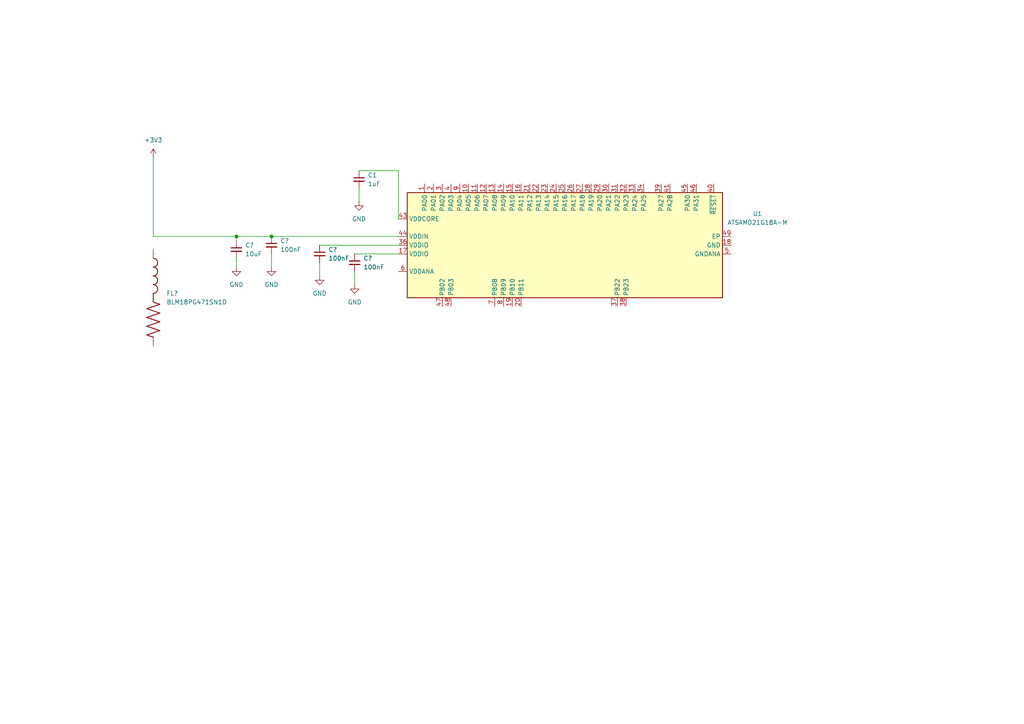
<source format=kicad_sch>
(kicad_sch (version 20211123) (generator eeschema)
  (paper "A4")
  (lib_symbols
    (symbol "BLM18PG471SN1D:BLM18PG471SN1D" (pin_numbers hide) (pin_names (offset 1.016) hide)
      (property "Reference" "FL" (at -12.7 5.08 0))
      (property "Value" "BLM18PG471SN1D" (at -12.7 -5.08 0))
      (symbol "BLM18PG471SN1D_0_0"
        (arc (start -10.16 0) (mid -11.43 1.27) (end -12.7 0) (stroke (width 0.254)))
        (arc (start -7.62 0) (mid -8.89 1.27) (end -10.16 0) (stroke (width 0.254)))
        (arc (start -5.08 0) (mid -6.35 1.27) (end -7.62 0) (stroke (width 0.254)))
        (arc (start -2.54 0) (mid -3.81 1.27) (end -5.08 0) (stroke (width 0.254)))
        (polyline (pts (xy 0 0) (xy -2.54 0)) (stroke (width 0.254)))
        (polyline (pts (xy 0 0) (xy 0.635 1.905)) (stroke (width 0.254)))
        (polyline (pts (xy 0.635 1.905) (xy 1.905 -1.905)) (stroke (width 0.254)))
        (polyline (pts (xy 1.905 -1.905) (xy 3.175 1.905)) (stroke (width 0.254)))
        (polyline (pts (xy 3.175 1.905) (xy 4.445 -1.905)) (stroke (width 0.254)))
        (polyline (pts (xy 4.445 -1.905) (xy 5.715 1.905)) (stroke (width 0.254)))
        (polyline (pts (xy 5.715 1.905) (xy 6.985 -1.905)) (stroke (width 0.254)))
        (polyline (pts (xy 6.985 -1.905) (xy 8.255 1.905)) (stroke (width 0.254)))
        (polyline (pts (xy 8.255 1.905) (xy 9.525 -1.905)) (stroke (width 0.254)))
        (polyline (pts (xy 9.525 -1.905) (xy 10.16 0)) (stroke (width 0.254)))
        (pin passive line (at -15.24 0 0) (length 2.54) (name "~") (number "1"))
        (pin passive line (at 12.7 0 180) (length 2.54) (name "~") (number "2"))
      )
    )
    (symbol "Device:C_Small" (pin_numbers hide) (pin_names (offset 0.254) hide)
      (property "Reference" "C" (at 0.254 1.778 0))
      (property "Value" "C_Small" (at 0.254 -2.032 0))
      (symbol "C_Small_0_1"
        (polyline (pts (xy -1.524 -0.508) (xy 1.524 -0.508)) (stroke (width 0.3302)))
        (polyline (pts (xy -1.524 0.508) (xy 1.524 0.508)) (stroke (width 0.3048)))
      )
      (symbol "C_Small_1_1"
        (pin passive line (at 0 2.54 270) (length 2.032) (name "~") (number "1"))
        (pin passive line (at 0 -2.54 90) (length 2.032) (name "~") (number "2"))
      )
    )
    (symbol "MCU_Microchip_SAMD:ATSAMD21G18A-M"
      (property "Reference" "U" (at -13.97 46.99 0))
      (property "Value" "ATSAMD21G18A-M" (at 16.51 46.99 0))
      (symbol "ATSAMD21G18A-M_0_1"
        (rectangle (start -15.24 45.72) (end 15.24 -45.72) (stroke (width 0.254)) (fill (type background)))
      )
      (symbol "ATSAMD21G18A-M_1_1"
        (pin bidirectional line (at -17.78 40.64 0) (length 2.54) (name "PA00") (number "1"))
        (pin bidirectional line (at -17.78 27.94 0) (length 2.54) (name "PA05") (number "10"))
        (pin bidirectional line (at -17.78 25.4 0) (length 2.54) (name "PA06") (number "11"))
        (pin bidirectional line (at -17.78 22.86 0) (length 2.54) (name "PA07") (number "12"))
        (pin bidirectional line (at -17.78 20.32 0) (length 2.54) (name "PA08") (number "13"))
        (pin bidirectional line (at -17.78 17.78 0) (length 2.54) (name "PA09") (number "14"))
        (pin bidirectional line (at -17.78 15.24 0) (length 2.54) (name "PA10") (number "15"))
        (pin bidirectional line (at -17.78 12.7 0) (length 2.54) (name "PA11") (number "16"))
        (pin power_in line (at 2.54 48.26 270) (length 2.54) (name "VDDIO") (number "17"))
        (pin power_in line (at 0 -48.26 90) (length 2.54) (name "GND") (number "18"))
        (pin bidirectional line (at 17.78 15.24 180) (length 2.54) (name "PB10") (number "19"))
        (pin bidirectional line (at -17.78 38.1 0) (length 2.54) (name "PA01") (number "2"))
        (pin bidirectional line (at 17.78 12.7 180) (length 2.54) (name "PB11") (number "20"))
        (pin bidirectional line (at -17.78 10.16 0) (length 2.54) (name "PA12") (number "21"))
        (pin bidirectional line (at -17.78 7.62 0) (length 2.54) (name "PA13") (number "22"))
        (pin bidirectional line (at -17.78 5.08 0) (length 2.54) (name "PA14") (number "23"))
        (pin bidirectional line (at -17.78 2.54 0) (length 2.54) (name "PA15") (number "24"))
        (pin bidirectional line (at -17.78 0 0) (length 2.54) (name "PA16") (number "25"))
        (pin bidirectional line (at -17.78 -2.54 0) (length 2.54) (name "PA17") (number "26"))
        (pin bidirectional line (at -17.78 -5.08 0) (length 2.54) (name "PA18") (number "27"))
        (pin bidirectional line (at -17.78 -7.62 0) (length 2.54) (name "PA19") (number "28"))
        (pin bidirectional line (at -17.78 -10.16 0) (length 2.54) (name "PA20") (number "29"))
        (pin bidirectional line (at -17.78 35.56 0) (length 2.54) (name "PA02") (number "3"))
        (pin bidirectional line (at -17.78 -12.7 0) (length 2.54) (name "PA21") (number "30"))
        (pin bidirectional line (at -17.78 -15.24 0) (length 2.54) (name "PA22") (number "31"))
        (pin bidirectional line (at -17.78 -17.78 0) (length 2.54) (name "PA23") (number "32"))
        (pin bidirectional line (at -17.78 -20.32 0) (length 2.54) (name "PA24") (number "33"))
        (pin bidirectional line (at -17.78 -22.86 0) (length 2.54) (name "PA25") (number "34"))
        (pin passive line (at 0 -48.26 90) (length 2.54) hide (name "GND") (number "35"))
        (pin power_in line (at 0 48.26 270) (length 2.54) (name "VDDIO") (number "36"))
        (pin bidirectional line (at 17.78 -15.24 180) (length 2.54) (name "PB22") (number "37"))
        (pin bidirectional line (at 17.78 -17.78 180) (length 2.54) (name "PB23") (number "38"))
        (pin bidirectional line (at -17.78 -27.94 0) (length 2.54) (name "PA27") (number "39"))
        (pin bidirectional line (at -17.78 33.02 0) (length 2.54) (name "PA03") (number "4"))
        (pin input line (at -17.78 -43.18 0) (length 2.54) (name "~{RESET}") (number "40"))
        (pin bidirectional line (at -17.78 -30.48 0) (length 2.54) (name "PA28") (number "41"))
        (pin passive line (at 0 -48.26 90) (length 2.54) hide (name "GND") (number "42"))
        (pin power_out line (at -7.62 48.26 270) (length 2.54) (name "VDDCORE") (number "43"))
        (pin power_in line (at -2.54 48.26 270) (length 2.54) (name "VDDIN") (number "44"))
        (pin bidirectional line (at -17.78 -35.56 0) (length 2.54) (name "PA30") (number "45"))
        (pin bidirectional line (at -17.78 -38.1 0) (length 2.54) (name "PA31") (number "46"))
        (pin bidirectional line (at 17.78 35.56 180) (length 2.54) (name "PB02") (number "47"))
        (pin bidirectional line (at 17.78 33.02 180) (length 2.54) (name "PB03") (number "48"))
        (pin passive line (at -2.54 -48.26 90) (length 2.54) (name "EP") (number "49"))
        (pin power_in line (at 2.54 -48.26 90) (length 2.54) (name "GNDANA") (number "5"))
        (pin power_in line (at 7.62 48.26 270) (length 2.54) (name "VDDANA") (number "6"))
        (pin bidirectional line (at 17.78 20.32 180) (length 2.54) (name "PB08") (number "7"))
        (pin bidirectional line (at 17.78 17.78 180) (length 2.54) (name "PB09") (number "8"))
        (pin bidirectional line (at -17.78 30.48 0) (length 2.54) (name "PA04") (number "9"))
      )
    )
    (symbol "power:+3V3" (power) (pin_names (offset 0))
      (property "Value" "+3V3" (at 0 3.556 0))
      (symbol "+3V3_0_1"
        (polyline (pts (xy -0.762 1.27) (xy 0 2.54)))
        (polyline (pts (xy 0 0) (xy 0 2.54)))
        (polyline (pts (xy 0 2.54) (xy 0.762 1.27)))
      )
      (symbol "+3V3_1_1"
        (pin power_in line (at 0 0 90) (length 0) hide (name "+3V3") (number "1"))
      )
    )
    (symbol "power:GND" (power) (pin_names (offset 0))
      (property "Value" "GND" (at 0 -3.81 0))
      (symbol "GND_0_1"
        (polyline (pts (xy 0 0) (xy 0 -1.27) (xy 1.27 -1.27) (xy 0 -2.54) (xy -1.27 -1.27) (xy 0 -1.27)))
      )
      (symbol "GND_1_1"
        (pin power_in line (at 0 0 270) (length 0) hide (name "GND") (number "1"))
      )
    )
  )
  (junction (at 68.58 68.58))
  (junction (at 78.74 68.58))
  (wire (pts (xy 102.87 73.66) (xy 115.57 73.66)))
  (wire (pts (xy 78.74 73.66) (xy 78.74 77.47)))
  (wire (pts (xy 92.71 76.2) (xy 92.71 80.01)))
  (wire (pts (xy 44.45 68.58) (xy 68.58 68.58)))
  (wire (pts (xy 92.71 71.12) (xy 115.57 71.12)))
  (wire (pts (xy 44.45 45.72) (xy 44.45 68.58)))
  (wire (pts (xy 68.58 68.58) (xy 78.74 68.58)))
  (wire (pts (xy 104.14 49.53) (xy 115.57 49.53)))
  (wire (pts (xy 68.58 69.85) (xy 68.58 68.58)))
  (wire (pts (xy 78.74 68.58) (xy 115.57 68.58)))
  (wire (pts (xy 115.57 49.53) (xy 115.57 63.5)))
  (wire (pts (xy 104.14 54.61) (xy 104.14 58.42)))
  (wire (pts (xy 102.87 78.74) (xy 102.87 82.55)))
  (wire (pts (xy 68.58 74.93) (xy 68.58 77.47)))
  (symbol (lib_id "BLM18PG471SN1D:BLM18PG471SN1D") (at 44.45 87.63 270) (unit 1)
    (property "Reference" "FL?" (at 48.26 85.0899 90) (effects (justify left)))
    (property "Value" "BLM18PG471SN1D" (at 48.26 87.6299 90) (effects (justify left)))
    (property "Footprint" "BEADC1608X95N" (effects hide))
  )
  (symbol (lib_id "power:GND") (at 104.14 58.42 0) (unit 1)
    (property "Reference" "#PWR?" (effects hide))
    (property "Value" "GND" (at 104.14 63.5 0))
  )
  (symbol (lib_id "power:GND") (at 68.58 77.47 0) (unit 1)
    (property "Reference" "#PWR?" (effects hide))
    (property "Value" "GND" (at 68.58 82.55 0))
  )
  (symbol (lib_id "Device:C_Small") (at 92.71 73.66 0) (unit 1)
    (property "Reference" "C?" (at 95.25 72.3962 0) (effects (justify left)))
    (property "Value" "100nF" (at 95.25 74.9362 0) (effects (justify left)))
  )
  (symbol (lib_id "power:GND") (at 92.71 80.01 0) (unit 1)
    (property "Reference" "#PWR?" (effects hide))
    (property "Value" "GND" (at 92.71 85.09 0))
  )
  (symbol (lib_id "Device:C_Small") (at 78.74 71.12 0) (unit 1)
    (property "Reference" "C?" (at 81.28 69.8562 0) (effects (justify left)))
    (property "Value" "100nF" (at 81.28 72.3962 0) (effects (justify left)))
  )
  (symbol (lib_id "Device:C_Small") (at 102.87 76.2 0) (unit 1)
    (property "Reference" "C?" (at 105.41 74.9362 0) (effects (justify left)))
    (property "Value" "100nF" (at 105.41 77.4762 0) (effects (justify left)))
  )
  (symbol (lib_id "MCU_Microchip_SAMD:ATSAMD21G18A-M") (at 163.83 71.12 90) (mirror x) (unit 1)
    (property "Reference" "U1" (at 219.71 62.0012 90))
    (property "Value" "ATSAMD21G18A-M" (at 219.71 64.5412 90))
    (property "Footprint" "Package_DFN_QFN:QFN-48-1EP_7x7mm_P0.5mm_EP5.15x5.15mm" (effects hide))
    (property "Datasheet" "http://ww1.microchip.com/downloads/en/DeviceDoc/SAM_D21_DA1_Family_Data%20Sheet_DS40001882E.pdf" (effects hide))
  )
  (symbol (lib_id "Device:C_Small") (at 104.14 52.07 0) (unit 1)
    (property "Reference" "C1" (at 106.68 50.8062 0) (effects (justify left)))
    (property "Value" "1uF" (at 106.68 53.3462 0) (effects (justify left)))
  )
  (symbol (lib_id "power:+3V3") (at 44.45 45.72 0) (unit 1)
    (property "Reference" "#PWR?" (effects hide))
    (property "Value" "+3V3" (at 44.45 40.64 0))
  )
  (symbol (lib_id "power:GND") (at 78.74 77.47 0) (unit 1)
    (property "Reference" "#PWR?" (effects hide))
    (property "Value" "GND" (at 78.74 82.55 0))
  )
  (symbol (lib_id "power:GND") (at 102.87 82.55 0) (unit 1)
    (property "Reference" "#PWR?" (effects hide))
    (property "Value" "GND" (at 102.87 87.63 0))
  )
  (symbol (lib_id "Device:C_Small") (at 68.58 72.39 0) (unit 1)
    (property "Reference" "C?" (at 71.12 71.1262 0) (effects (justify left)))
    (property "Value" "10uF" (at 71.12 73.6662 0) (effects (justify left)))
  )
)
</source>
